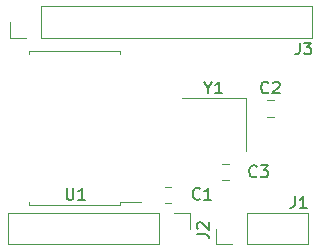
<source format=gbr>
G04 #@! TF.GenerationSoftware,KiCad,Pcbnew,5.1.2-f72e74a~84~ubuntu18.04.1*
G04 #@! TF.CreationDate,2019-06-19T19:18:17+07:00*
G04 #@! TF.ProjectId,serial_matrix_keyboard_shild,73657269-616c-45f6-9d61-747269785f6b,rev?*
G04 #@! TF.SameCoordinates,Original*
G04 #@! TF.FileFunction,Legend,Top*
G04 #@! TF.FilePolarity,Positive*
%FSLAX46Y46*%
G04 Gerber Fmt 4.6, Leading zero omitted, Abs format (unit mm)*
G04 Created by KiCad (PCBNEW 5.1.2-f72e74a~84~ubuntu18.04.1) date 2019-06-19 19:18:17*
%MOMM*%
%LPD*%
G04 APERTURE LIST*
%ADD10C,0.120000*%
%ADD11C,0.150000*%
%ADD12C,0.020000*%
%ADD13C,0.702000*%
%ADD14C,1.252000*%
%ADD15R,1.802000X1.802000*%
%ADD16O,1.802000X1.802000*%
%ADD17R,2.202000X1.902000*%
G04 APERTURE END LIST*
D10*
X203400000Y-89490000D02*
X199540000Y-89490000D01*
X199540000Y-89490000D02*
X199540000Y-89725000D01*
X203400000Y-89490000D02*
X207260000Y-89490000D01*
X207260000Y-89490000D02*
X207260000Y-89725000D01*
X203400000Y-102510000D02*
X199540000Y-102510000D01*
X199540000Y-102510000D02*
X199540000Y-102275000D01*
X203400000Y-102510000D02*
X207260000Y-102510000D01*
X207260000Y-102510000D02*
X207260000Y-102275000D01*
X207260000Y-102275000D02*
X209075000Y-102275000D01*
X211088748Y-102360000D02*
X211611252Y-102360000D01*
X211088748Y-100940000D02*
X211611252Y-100940000D01*
X219738748Y-93590000D02*
X220261252Y-93590000D01*
X219738748Y-95010000D02*
X220261252Y-95010000D01*
X215938748Y-100410000D02*
X216461252Y-100410000D01*
X215938748Y-98990000D02*
X216461252Y-98990000D01*
X223170000Y-105830000D02*
X223170000Y-103170000D01*
X218030000Y-105830000D02*
X223170000Y-105830000D01*
X218030000Y-103170000D02*
X223170000Y-103170000D01*
X218030000Y-105830000D02*
X218030000Y-103170000D01*
X216760000Y-105830000D02*
X215430000Y-105830000D01*
X215430000Y-105830000D02*
X215430000Y-104500000D01*
X197810000Y-103170000D02*
X197810000Y-105830000D01*
X210570000Y-103170000D02*
X197810000Y-103170000D01*
X210570000Y-105830000D02*
X197810000Y-105830000D01*
X210570000Y-103170000D02*
X210570000Y-105830000D01*
X211840000Y-103170000D02*
X213170000Y-103170000D01*
X213170000Y-103170000D02*
X213170000Y-104500000D01*
X223490000Y-88330000D02*
X223490000Y-85670000D01*
X200570000Y-88330000D02*
X223490000Y-88330000D01*
X200570000Y-85670000D02*
X223490000Y-85670000D01*
X200570000Y-88330000D02*
X200570000Y-85670000D01*
X199300000Y-88330000D02*
X197970000Y-88330000D01*
X197970000Y-88330000D02*
X197970000Y-87000000D01*
X217900000Y-97950000D02*
X217900000Y-93450000D01*
X217900000Y-93450000D02*
X212500000Y-93450000D01*
D11*
X202738095Y-101052380D02*
X202738095Y-101861904D01*
X202785714Y-101957142D01*
X202833333Y-102004761D01*
X202928571Y-102052380D01*
X203119047Y-102052380D01*
X203214285Y-102004761D01*
X203261904Y-101957142D01*
X203309523Y-101861904D01*
X203309523Y-101052380D01*
X204309523Y-102052380D02*
X203738095Y-102052380D01*
X204023809Y-102052380D02*
X204023809Y-101052380D01*
X203928571Y-101195238D01*
X203833333Y-101290476D01*
X203738095Y-101338095D01*
X214033333Y-101957142D02*
X213985714Y-102004761D01*
X213842857Y-102052380D01*
X213747619Y-102052380D01*
X213604761Y-102004761D01*
X213509523Y-101909523D01*
X213461904Y-101814285D01*
X213414285Y-101623809D01*
X213414285Y-101480952D01*
X213461904Y-101290476D01*
X213509523Y-101195238D01*
X213604761Y-101100000D01*
X213747619Y-101052380D01*
X213842857Y-101052380D01*
X213985714Y-101100000D01*
X214033333Y-101147619D01*
X214985714Y-102052380D02*
X214414285Y-102052380D01*
X214700000Y-102052380D02*
X214700000Y-101052380D01*
X214604761Y-101195238D01*
X214509523Y-101290476D01*
X214414285Y-101338095D01*
X219833333Y-92957142D02*
X219785714Y-93004761D01*
X219642857Y-93052380D01*
X219547619Y-93052380D01*
X219404761Y-93004761D01*
X219309523Y-92909523D01*
X219261904Y-92814285D01*
X219214285Y-92623809D01*
X219214285Y-92480952D01*
X219261904Y-92290476D01*
X219309523Y-92195238D01*
X219404761Y-92100000D01*
X219547619Y-92052380D01*
X219642857Y-92052380D01*
X219785714Y-92100000D01*
X219833333Y-92147619D01*
X220214285Y-92147619D02*
X220261904Y-92100000D01*
X220357142Y-92052380D01*
X220595238Y-92052380D01*
X220690476Y-92100000D01*
X220738095Y-92147619D01*
X220785714Y-92242857D01*
X220785714Y-92338095D01*
X220738095Y-92480952D01*
X220166666Y-93052380D01*
X220785714Y-93052380D01*
X218833333Y-100057142D02*
X218785714Y-100104761D01*
X218642857Y-100152380D01*
X218547619Y-100152380D01*
X218404761Y-100104761D01*
X218309523Y-100009523D01*
X218261904Y-99914285D01*
X218214285Y-99723809D01*
X218214285Y-99580952D01*
X218261904Y-99390476D01*
X218309523Y-99295238D01*
X218404761Y-99200000D01*
X218547619Y-99152380D01*
X218642857Y-99152380D01*
X218785714Y-99200000D01*
X218833333Y-99247619D01*
X219166666Y-99152380D02*
X219785714Y-99152380D01*
X219452380Y-99533333D01*
X219595238Y-99533333D01*
X219690476Y-99580952D01*
X219738095Y-99628571D01*
X219785714Y-99723809D01*
X219785714Y-99961904D01*
X219738095Y-100057142D01*
X219690476Y-100104761D01*
X219595238Y-100152380D01*
X219309523Y-100152380D01*
X219214285Y-100104761D01*
X219166666Y-100057142D01*
X222066666Y-101752380D02*
X222066666Y-102466666D01*
X222019047Y-102609523D01*
X221923809Y-102704761D01*
X221780952Y-102752380D01*
X221685714Y-102752380D01*
X223066666Y-102752380D02*
X222495238Y-102752380D01*
X222780952Y-102752380D02*
X222780952Y-101752380D01*
X222685714Y-101895238D01*
X222590476Y-101990476D01*
X222495238Y-102038095D01*
X213777380Y-104958333D02*
X214491666Y-104958333D01*
X214634523Y-105005952D01*
X214729761Y-105101190D01*
X214777380Y-105244047D01*
X214777380Y-105339285D01*
X213872619Y-104529761D02*
X213825000Y-104482142D01*
X213777380Y-104386904D01*
X213777380Y-104148809D01*
X213825000Y-104053571D01*
X213872619Y-104005952D01*
X213967857Y-103958333D01*
X214063095Y-103958333D01*
X214205952Y-104005952D01*
X214777380Y-104577380D01*
X214777380Y-103958333D01*
X222466666Y-88752380D02*
X222466666Y-89466666D01*
X222419047Y-89609523D01*
X222323809Y-89704761D01*
X222180952Y-89752380D01*
X222085714Y-89752380D01*
X222847619Y-88752380D02*
X223466666Y-88752380D01*
X223133333Y-89133333D01*
X223276190Y-89133333D01*
X223371428Y-89180952D01*
X223419047Y-89228571D01*
X223466666Y-89323809D01*
X223466666Y-89561904D01*
X223419047Y-89657142D01*
X223371428Y-89704761D01*
X223276190Y-89752380D01*
X222990476Y-89752380D01*
X222895238Y-89704761D01*
X222847619Y-89657142D01*
X214723809Y-92576190D02*
X214723809Y-93052380D01*
X214390476Y-92052380D02*
X214723809Y-92576190D01*
X215057142Y-92052380D01*
X215914285Y-93052380D02*
X215342857Y-93052380D01*
X215628571Y-93052380D02*
X215628571Y-92052380D01*
X215533333Y-92195238D01*
X215438095Y-92290476D01*
X215342857Y-92338095D01*
%LPC*%
D12*
G36*
X208967702Y-101364845D02*
G01*
X208984738Y-101367372D01*
X209001445Y-101371557D01*
X209017661Y-101377359D01*
X209033230Y-101384723D01*
X209048003Y-101393577D01*
X209061836Y-101403837D01*
X209074597Y-101415403D01*
X209086163Y-101428164D01*
X209096423Y-101441997D01*
X209105277Y-101456770D01*
X209112641Y-101472339D01*
X209118443Y-101488555D01*
X209122628Y-101505262D01*
X209125155Y-101522298D01*
X209126000Y-101539500D01*
X209126000Y-101890500D01*
X209125155Y-101907702D01*
X209122628Y-101924738D01*
X209118443Y-101941445D01*
X209112641Y-101957661D01*
X209105277Y-101973230D01*
X209096423Y-101988003D01*
X209086163Y-102001836D01*
X209074597Y-102014597D01*
X209061836Y-102026163D01*
X209048003Y-102036423D01*
X209033230Y-102045277D01*
X209017661Y-102052641D01*
X209001445Y-102058443D01*
X208984738Y-102062628D01*
X208967702Y-102065155D01*
X208950500Y-102066000D01*
X207149500Y-102066000D01*
X207132298Y-102065155D01*
X207115262Y-102062628D01*
X207098555Y-102058443D01*
X207082339Y-102052641D01*
X207066770Y-102045277D01*
X207051997Y-102036423D01*
X207038164Y-102026163D01*
X207025403Y-102014597D01*
X207013837Y-102001836D01*
X207003577Y-101988003D01*
X206994723Y-101973230D01*
X206987359Y-101957661D01*
X206981557Y-101941445D01*
X206977372Y-101924738D01*
X206974845Y-101907702D01*
X206974000Y-101890500D01*
X206974000Y-101539500D01*
X206974845Y-101522298D01*
X206977372Y-101505262D01*
X206981557Y-101488555D01*
X206987359Y-101472339D01*
X206994723Y-101456770D01*
X207003577Y-101441997D01*
X207013837Y-101428164D01*
X207025403Y-101415403D01*
X207038164Y-101403837D01*
X207051997Y-101393577D01*
X207066770Y-101384723D01*
X207082339Y-101377359D01*
X207098555Y-101371557D01*
X207115262Y-101367372D01*
X207132298Y-101364845D01*
X207149500Y-101364000D01*
X208950500Y-101364000D01*
X208967702Y-101364845D01*
X208967702Y-101364845D01*
G37*
D13*
X208050000Y-101715000D03*
D12*
G36*
X208967702Y-100094845D02*
G01*
X208984738Y-100097372D01*
X209001445Y-100101557D01*
X209017661Y-100107359D01*
X209033230Y-100114723D01*
X209048003Y-100123577D01*
X209061836Y-100133837D01*
X209074597Y-100145403D01*
X209086163Y-100158164D01*
X209096423Y-100171997D01*
X209105277Y-100186770D01*
X209112641Y-100202339D01*
X209118443Y-100218555D01*
X209122628Y-100235262D01*
X209125155Y-100252298D01*
X209126000Y-100269500D01*
X209126000Y-100620500D01*
X209125155Y-100637702D01*
X209122628Y-100654738D01*
X209118443Y-100671445D01*
X209112641Y-100687661D01*
X209105277Y-100703230D01*
X209096423Y-100718003D01*
X209086163Y-100731836D01*
X209074597Y-100744597D01*
X209061836Y-100756163D01*
X209048003Y-100766423D01*
X209033230Y-100775277D01*
X209017661Y-100782641D01*
X209001445Y-100788443D01*
X208984738Y-100792628D01*
X208967702Y-100795155D01*
X208950500Y-100796000D01*
X207149500Y-100796000D01*
X207132298Y-100795155D01*
X207115262Y-100792628D01*
X207098555Y-100788443D01*
X207082339Y-100782641D01*
X207066770Y-100775277D01*
X207051997Y-100766423D01*
X207038164Y-100756163D01*
X207025403Y-100744597D01*
X207013837Y-100731836D01*
X207003577Y-100718003D01*
X206994723Y-100703230D01*
X206987359Y-100687661D01*
X206981557Y-100671445D01*
X206977372Y-100654738D01*
X206974845Y-100637702D01*
X206974000Y-100620500D01*
X206974000Y-100269500D01*
X206974845Y-100252298D01*
X206977372Y-100235262D01*
X206981557Y-100218555D01*
X206987359Y-100202339D01*
X206994723Y-100186770D01*
X207003577Y-100171997D01*
X207013837Y-100158164D01*
X207025403Y-100145403D01*
X207038164Y-100133837D01*
X207051997Y-100123577D01*
X207066770Y-100114723D01*
X207082339Y-100107359D01*
X207098555Y-100101557D01*
X207115262Y-100097372D01*
X207132298Y-100094845D01*
X207149500Y-100094000D01*
X208950500Y-100094000D01*
X208967702Y-100094845D01*
X208967702Y-100094845D01*
G37*
D13*
X208050000Y-100445000D03*
D12*
G36*
X208967702Y-98824845D02*
G01*
X208984738Y-98827372D01*
X209001445Y-98831557D01*
X209017661Y-98837359D01*
X209033230Y-98844723D01*
X209048003Y-98853577D01*
X209061836Y-98863837D01*
X209074597Y-98875403D01*
X209086163Y-98888164D01*
X209096423Y-98901997D01*
X209105277Y-98916770D01*
X209112641Y-98932339D01*
X209118443Y-98948555D01*
X209122628Y-98965262D01*
X209125155Y-98982298D01*
X209126000Y-98999500D01*
X209126000Y-99350500D01*
X209125155Y-99367702D01*
X209122628Y-99384738D01*
X209118443Y-99401445D01*
X209112641Y-99417661D01*
X209105277Y-99433230D01*
X209096423Y-99448003D01*
X209086163Y-99461836D01*
X209074597Y-99474597D01*
X209061836Y-99486163D01*
X209048003Y-99496423D01*
X209033230Y-99505277D01*
X209017661Y-99512641D01*
X209001445Y-99518443D01*
X208984738Y-99522628D01*
X208967702Y-99525155D01*
X208950500Y-99526000D01*
X207149500Y-99526000D01*
X207132298Y-99525155D01*
X207115262Y-99522628D01*
X207098555Y-99518443D01*
X207082339Y-99512641D01*
X207066770Y-99505277D01*
X207051997Y-99496423D01*
X207038164Y-99486163D01*
X207025403Y-99474597D01*
X207013837Y-99461836D01*
X207003577Y-99448003D01*
X206994723Y-99433230D01*
X206987359Y-99417661D01*
X206981557Y-99401445D01*
X206977372Y-99384738D01*
X206974845Y-99367702D01*
X206974000Y-99350500D01*
X206974000Y-98999500D01*
X206974845Y-98982298D01*
X206977372Y-98965262D01*
X206981557Y-98948555D01*
X206987359Y-98932339D01*
X206994723Y-98916770D01*
X207003577Y-98901997D01*
X207013837Y-98888164D01*
X207025403Y-98875403D01*
X207038164Y-98863837D01*
X207051997Y-98853577D01*
X207066770Y-98844723D01*
X207082339Y-98837359D01*
X207098555Y-98831557D01*
X207115262Y-98827372D01*
X207132298Y-98824845D01*
X207149500Y-98824000D01*
X208950500Y-98824000D01*
X208967702Y-98824845D01*
X208967702Y-98824845D01*
G37*
D13*
X208050000Y-99175000D03*
D12*
G36*
X208967702Y-97554845D02*
G01*
X208984738Y-97557372D01*
X209001445Y-97561557D01*
X209017661Y-97567359D01*
X209033230Y-97574723D01*
X209048003Y-97583577D01*
X209061836Y-97593837D01*
X209074597Y-97605403D01*
X209086163Y-97618164D01*
X209096423Y-97631997D01*
X209105277Y-97646770D01*
X209112641Y-97662339D01*
X209118443Y-97678555D01*
X209122628Y-97695262D01*
X209125155Y-97712298D01*
X209126000Y-97729500D01*
X209126000Y-98080500D01*
X209125155Y-98097702D01*
X209122628Y-98114738D01*
X209118443Y-98131445D01*
X209112641Y-98147661D01*
X209105277Y-98163230D01*
X209096423Y-98178003D01*
X209086163Y-98191836D01*
X209074597Y-98204597D01*
X209061836Y-98216163D01*
X209048003Y-98226423D01*
X209033230Y-98235277D01*
X209017661Y-98242641D01*
X209001445Y-98248443D01*
X208984738Y-98252628D01*
X208967702Y-98255155D01*
X208950500Y-98256000D01*
X207149500Y-98256000D01*
X207132298Y-98255155D01*
X207115262Y-98252628D01*
X207098555Y-98248443D01*
X207082339Y-98242641D01*
X207066770Y-98235277D01*
X207051997Y-98226423D01*
X207038164Y-98216163D01*
X207025403Y-98204597D01*
X207013837Y-98191836D01*
X207003577Y-98178003D01*
X206994723Y-98163230D01*
X206987359Y-98147661D01*
X206981557Y-98131445D01*
X206977372Y-98114738D01*
X206974845Y-98097702D01*
X206974000Y-98080500D01*
X206974000Y-97729500D01*
X206974845Y-97712298D01*
X206977372Y-97695262D01*
X206981557Y-97678555D01*
X206987359Y-97662339D01*
X206994723Y-97646770D01*
X207003577Y-97631997D01*
X207013837Y-97618164D01*
X207025403Y-97605403D01*
X207038164Y-97593837D01*
X207051997Y-97583577D01*
X207066770Y-97574723D01*
X207082339Y-97567359D01*
X207098555Y-97561557D01*
X207115262Y-97557372D01*
X207132298Y-97554845D01*
X207149500Y-97554000D01*
X208950500Y-97554000D01*
X208967702Y-97554845D01*
X208967702Y-97554845D01*
G37*
D13*
X208050000Y-97905000D03*
D12*
G36*
X208967702Y-96284845D02*
G01*
X208984738Y-96287372D01*
X209001445Y-96291557D01*
X209017661Y-96297359D01*
X209033230Y-96304723D01*
X209048003Y-96313577D01*
X209061836Y-96323837D01*
X209074597Y-96335403D01*
X209086163Y-96348164D01*
X209096423Y-96361997D01*
X209105277Y-96376770D01*
X209112641Y-96392339D01*
X209118443Y-96408555D01*
X209122628Y-96425262D01*
X209125155Y-96442298D01*
X209126000Y-96459500D01*
X209126000Y-96810500D01*
X209125155Y-96827702D01*
X209122628Y-96844738D01*
X209118443Y-96861445D01*
X209112641Y-96877661D01*
X209105277Y-96893230D01*
X209096423Y-96908003D01*
X209086163Y-96921836D01*
X209074597Y-96934597D01*
X209061836Y-96946163D01*
X209048003Y-96956423D01*
X209033230Y-96965277D01*
X209017661Y-96972641D01*
X209001445Y-96978443D01*
X208984738Y-96982628D01*
X208967702Y-96985155D01*
X208950500Y-96986000D01*
X207149500Y-96986000D01*
X207132298Y-96985155D01*
X207115262Y-96982628D01*
X207098555Y-96978443D01*
X207082339Y-96972641D01*
X207066770Y-96965277D01*
X207051997Y-96956423D01*
X207038164Y-96946163D01*
X207025403Y-96934597D01*
X207013837Y-96921836D01*
X207003577Y-96908003D01*
X206994723Y-96893230D01*
X206987359Y-96877661D01*
X206981557Y-96861445D01*
X206977372Y-96844738D01*
X206974845Y-96827702D01*
X206974000Y-96810500D01*
X206974000Y-96459500D01*
X206974845Y-96442298D01*
X206977372Y-96425262D01*
X206981557Y-96408555D01*
X206987359Y-96392339D01*
X206994723Y-96376770D01*
X207003577Y-96361997D01*
X207013837Y-96348164D01*
X207025403Y-96335403D01*
X207038164Y-96323837D01*
X207051997Y-96313577D01*
X207066770Y-96304723D01*
X207082339Y-96297359D01*
X207098555Y-96291557D01*
X207115262Y-96287372D01*
X207132298Y-96284845D01*
X207149500Y-96284000D01*
X208950500Y-96284000D01*
X208967702Y-96284845D01*
X208967702Y-96284845D01*
G37*
D13*
X208050000Y-96635000D03*
D12*
G36*
X208967702Y-95014845D02*
G01*
X208984738Y-95017372D01*
X209001445Y-95021557D01*
X209017661Y-95027359D01*
X209033230Y-95034723D01*
X209048003Y-95043577D01*
X209061836Y-95053837D01*
X209074597Y-95065403D01*
X209086163Y-95078164D01*
X209096423Y-95091997D01*
X209105277Y-95106770D01*
X209112641Y-95122339D01*
X209118443Y-95138555D01*
X209122628Y-95155262D01*
X209125155Y-95172298D01*
X209126000Y-95189500D01*
X209126000Y-95540500D01*
X209125155Y-95557702D01*
X209122628Y-95574738D01*
X209118443Y-95591445D01*
X209112641Y-95607661D01*
X209105277Y-95623230D01*
X209096423Y-95638003D01*
X209086163Y-95651836D01*
X209074597Y-95664597D01*
X209061836Y-95676163D01*
X209048003Y-95686423D01*
X209033230Y-95695277D01*
X209017661Y-95702641D01*
X209001445Y-95708443D01*
X208984738Y-95712628D01*
X208967702Y-95715155D01*
X208950500Y-95716000D01*
X207149500Y-95716000D01*
X207132298Y-95715155D01*
X207115262Y-95712628D01*
X207098555Y-95708443D01*
X207082339Y-95702641D01*
X207066770Y-95695277D01*
X207051997Y-95686423D01*
X207038164Y-95676163D01*
X207025403Y-95664597D01*
X207013837Y-95651836D01*
X207003577Y-95638003D01*
X206994723Y-95623230D01*
X206987359Y-95607661D01*
X206981557Y-95591445D01*
X206977372Y-95574738D01*
X206974845Y-95557702D01*
X206974000Y-95540500D01*
X206974000Y-95189500D01*
X206974845Y-95172298D01*
X206977372Y-95155262D01*
X206981557Y-95138555D01*
X206987359Y-95122339D01*
X206994723Y-95106770D01*
X207003577Y-95091997D01*
X207013837Y-95078164D01*
X207025403Y-95065403D01*
X207038164Y-95053837D01*
X207051997Y-95043577D01*
X207066770Y-95034723D01*
X207082339Y-95027359D01*
X207098555Y-95021557D01*
X207115262Y-95017372D01*
X207132298Y-95014845D01*
X207149500Y-95014000D01*
X208950500Y-95014000D01*
X208967702Y-95014845D01*
X208967702Y-95014845D01*
G37*
D13*
X208050000Y-95365000D03*
D12*
G36*
X208967702Y-93744845D02*
G01*
X208984738Y-93747372D01*
X209001445Y-93751557D01*
X209017661Y-93757359D01*
X209033230Y-93764723D01*
X209048003Y-93773577D01*
X209061836Y-93783837D01*
X209074597Y-93795403D01*
X209086163Y-93808164D01*
X209096423Y-93821997D01*
X209105277Y-93836770D01*
X209112641Y-93852339D01*
X209118443Y-93868555D01*
X209122628Y-93885262D01*
X209125155Y-93902298D01*
X209126000Y-93919500D01*
X209126000Y-94270500D01*
X209125155Y-94287702D01*
X209122628Y-94304738D01*
X209118443Y-94321445D01*
X209112641Y-94337661D01*
X209105277Y-94353230D01*
X209096423Y-94368003D01*
X209086163Y-94381836D01*
X209074597Y-94394597D01*
X209061836Y-94406163D01*
X209048003Y-94416423D01*
X209033230Y-94425277D01*
X209017661Y-94432641D01*
X209001445Y-94438443D01*
X208984738Y-94442628D01*
X208967702Y-94445155D01*
X208950500Y-94446000D01*
X207149500Y-94446000D01*
X207132298Y-94445155D01*
X207115262Y-94442628D01*
X207098555Y-94438443D01*
X207082339Y-94432641D01*
X207066770Y-94425277D01*
X207051997Y-94416423D01*
X207038164Y-94406163D01*
X207025403Y-94394597D01*
X207013837Y-94381836D01*
X207003577Y-94368003D01*
X206994723Y-94353230D01*
X206987359Y-94337661D01*
X206981557Y-94321445D01*
X206977372Y-94304738D01*
X206974845Y-94287702D01*
X206974000Y-94270500D01*
X206974000Y-93919500D01*
X206974845Y-93902298D01*
X206977372Y-93885262D01*
X206981557Y-93868555D01*
X206987359Y-93852339D01*
X206994723Y-93836770D01*
X207003577Y-93821997D01*
X207013837Y-93808164D01*
X207025403Y-93795403D01*
X207038164Y-93783837D01*
X207051997Y-93773577D01*
X207066770Y-93764723D01*
X207082339Y-93757359D01*
X207098555Y-93751557D01*
X207115262Y-93747372D01*
X207132298Y-93744845D01*
X207149500Y-93744000D01*
X208950500Y-93744000D01*
X208967702Y-93744845D01*
X208967702Y-93744845D01*
G37*
D13*
X208050000Y-94095000D03*
D12*
G36*
X208967702Y-92474845D02*
G01*
X208984738Y-92477372D01*
X209001445Y-92481557D01*
X209017661Y-92487359D01*
X209033230Y-92494723D01*
X209048003Y-92503577D01*
X209061836Y-92513837D01*
X209074597Y-92525403D01*
X209086163Y-92538164D01*
X209096423Y-92551997D01*
X209105277Y-92566770D01*
X209112641Y-92582339D01*
X209118443Y-92598555D01*
X209122628Y-92615262D01*
X209125155Y-92632298D01*
X209126000Y-92649500D01*
X209126000Y-93000500D01*
X209125155Y-93017702D01*
X209122628Y-93034738D01*
X209118443Y-93051445D01*
X209112641Y-93067661D01*
X209105277Y-93083230D01*
X209096423Y-93098003D01*
X209086163Y-93111836D01*
X209074597Y-93124597D01*
X209061836Y-93136163D01*
X209048003Y-93146423D01*
X209033230Y-93155277D01*
X209017661Y-93162641D01*
X209001445Y-93168443D01*
X208984738Y-93172628D01*
X208967702Y-93175155D01*
X208950500Y-93176000D01*
X207149500Y-93176000D01*
X207132298Y-93175155D01*
X207115262Y-93172628D01*
X207098555Y-93168443D01*
X207082339Y-93162641D01*
X207066770Y-93155277D01*
X207051997Y-93146423D01*
X207038164Y-93136163D01*
X207025403Y-93124597D01*
X207013837Y-93111836D01*
X207003577Y-93098003D01*
X206994723Y-93083230D01*
X206987359Y-93067661D01*
X206981557Y-93051445D01*
X206977372Y-93034738D01*
X206974845Y-93017702D01*
X206974000Y-93000500D01*
X206974000Y-92649500D01*
X206974845Y-92632298D01*
X206977372Y-92615262D01*
X206981557Y-92598555D01*
X206987359Y-92582339D01*
X206994723Y-92566770D01*
X207003577Y-92551997D01*
X207013837Y-92538164D01*
X207025403Y-92525403D01*
X207038164Y-92513837D01*
X207051997Y-92503577D01*
X207066770Y-92494723D01*
X207082339Y-92487359D01*
X207098555Y-92481557D01*
X207115262Y-92477372D01*
X207132298Y-92474845D01*
X207149500Y-92474000D01*
X208950500Y-92474000D01*
X208967702Y-92474845D01*
X208967702Y-92474845D01*
G37*
D13*
X208050000Y-92825000D03*
D12*
G36*
X208967702Y-91204845D02*
G01*
X208984738Y-91207372D01*
X209001445Y-91211557D01*
X209017661Y-91217359D01*
X209033230Y-91224723D01*
X209048003Y-91233577D01*
X209061836Y-91243837D01*
X209074597Y-91255403D01*
X209086163Y-91268164D01*
X209096423Y-91281997D01*
X209105277Y-91296770D01*
X209112641Y-91312339D01*
X209118443Y-91328555D01*
X209122628Y-91345262D01*
X209125155Y-91362298D01*
X209126000Y-91379500D01*
X209126000Y-91730500D01*
X209125155Y-91747702D01*
X209122628Y-91764738D01*
X209118443Y-91781445D01*
X209112641Y-91797661D01*
X209105277Y-91813230D01*
X209096423Y-91828003D01*
X209086163Y-91841836D01*
X209074597Y-91854597D01*
X209061836Y-91866163D01*
X209048003Y-91876423D01*
X209033230Y-91885277D01*
X209017661Y-91892641D01*
X209001445Y-91898443D01*
X208984738Y-91902628D01*
X208967702Y-91905155D01*
X208950500Y-91906000D01*
X207149500Y-91906000D01*
X207132298Y-91905155D01*
X207115262Y-91902628D01*
X207098555Y-91898443D01*
X207082339Y-91892641D01*
X207066770Y-91885277D01*
X207051997Y-91876423D01*
X207038164Y-91866163D01*
X207025403Y-91854597D01*
X207013837Y-91841836D01*
X207003577Y-91828003D01*
X206994723Y-91813230D01*
X206987359Y-91797661D01*
X206981557Y-91781445D01*
X206977372Y-91764738D01*
X206974845Y-91747702D01*
X206974000Y-91730500D01*
X206974000Y-91379500D01*
X206974845Y-91362298D01*
X206977372Y-91345262D01*
X206981557Y-91328555D01*
X206987359Y-91312339D01*
X206994723Y-91296770D01*
X207003577Y-91281997D01*
X207013837Y-91268164D01*
X207025403Y-91255403D01*
X207038164Y-91243837D01*
X207051997Y-91233577D01*
X207066770Y-91224723D01*
X207082339Y-91217359D01*
X207098555Y-91211557D01*
X207115262Y-91207372D01*
X207132298Y-91204845D01*
X207149500Y-91204000D01*
X208950500Y-91204000D01*
X208967702Y-91204845D01*
X208967702Y-91204845D01*
G37*
D13*
X208050000Y-91555000D03*
D12*
G36*
X208967702Y-89934845D02*
G01*
X208984738Y-89937372D01*
X209001445Y-89941557D01*
X209017661Y-89947359D01*
X209033230Y-89954723D01*
X209048003Y-89963577D01*
X209061836Y-89973837D01*
X209074597Y-89985403D01*
X209086163Y-89998164D01*
X209096423Y-90011997D01*
X209105277Y-90026770D01*
X209112641Y-90042339D01*
X209118443Y-90058555D01*
X209122628Y-90075262D01*
X209125155Y-90092298D01*
X209126000Y-90109500D01*
X209126000Y-90460500D01*
X209125155Y-90477702D01*
X209122628Y-90494738D01*
X209118443Y-90511445D01*
X209112641Y-90527661D01*
X209105277Y-90543230D01*
X209096423Y-90558003D01*
X209086163Y-90571836D01*
X209074597Y-90584597D01*
X209061836Y-90596163D01*
X209048003Y-90606423D01*
X209033230Y-90615277D01*
X209017661Y-90622641D01*
X209001445Y-90628443D01*
X208984738Y-90632628D01*
X208967702Y-90635155D01*
X208950500Y-90636000D01*
X207149500Y-90636000D01*
X207132298Y-90635155D01*
X207115262Y-90632628D01*
X207098555Y-90628443D01*
X207082339Y-90622641D01*
X207066770Y-90615277D01*
X207051997Y-90606423D01*
X207038164Y-90596163D01*
X207025403Y-90584597D01*
X207013837Y-90571836D01*
X207003577Y-90558003D01*
X206994723Y-90543230D01*
X206987359Y-90527661D01*
X206981557Y-90511445D01*
X206977372Y-90494738D01*
X206974845Y-90477702D01*
X206974000Y-90460500D01*
X206974000Y-90109500D01*
X206974845Y-90092298D01*
X206977372Y-90075262D01*
X206981557Y-90058555D01*
X206987359Y-90042339D01*
X206994723Y-90026770D01*
X207003577Y-90011997D01*
X207013837Y-89998164D01*
X207025403Y-89985403D01*
X207038164Y-89973837D01*
X207051997Y-89963577D01*
X207066770Y-89954723D01*
X207082339Y-89947359D01*
X207098555Y-89941557D01*
X207115262Y-89937372D01*
X207132298Y-89934845D01*
X207149500Y-89934000D01*
X208950500Y-89934000D01*
X208967702Y-89934845D01*
X208967702Y-89934845D01*
G37*
D13*
X208050000Y-90285000D03*
D12*
G36*
X199667702Y-89934845D02*
G01*
X199684738Y-89937372D01*
X199701445Y-89941557D01*
X199717661Y-89947359D01*
X199733230Y-89954723D01*
X199748003Y-89963577D01*
X199761836Y-89973837D01*
X199774597Y-89985403D01*
X199786163Y-89998164D01*
X199796423Y-90011997D01*
X199805277Y-90026770D01*
X199812641Y-90042339D01*
X199818443Y-90058555D01*
X199822628Y-90075262D01*
X199825155Y-90092298D01*
X199826000Y-90109500D01*
X199826000Y-90460500D01*
X199825155Y-90477702D01*
X199822628Y-90494738D01*
X199818443Y-90511445D01*
X199812641Y-90527661D01*
X199805277Y-90543230D01*
X199796423Y-90558003D01*
X199786163Y-90571836D01*
X199774597Y-90584597D01*
X199761836Y-90596163D01*
X199748003Y-90606423D01*
X199733230Y-90615277D01*
X199717661Y-90622641D01*
X199701445Y-90628443D01*
X199684738Y-90632628D01*
X199667702Y-90635155D01*
X199650500Y-90636000D01*
X197849500Y-90636000D01*
X197832298Y-90635155D01*
X197815262Y-90632628D01*
X197798555Y-90628443D01*
X197782339Y-90622641D01*
X197766770Y-90615277D01*
X197751997Y-90606423D01*
X197738164Y-90596163D01*
X197725403Y-90584597D01*
X197713837Y-90571836D01*
X197703577Y-90558003D01*
X197694723Y-90543230D01*
X197687359Y-90527661D01*
X197681557Y-90511445D01*
X197677372Y-90494738D01*
X197674845Y-90477702D01*
X197674000Y-90460500D01*
X197674000Y-90109500D01*
X197674845Y-90092298D01*
X197677372Y-90075262D01*
X197681557Y-90058555D01*
X197687359Y-90042339D01*
X197694723Y-90026770D01*
X197703577Y-90011997D01*
X197713837Y-89998164D01*
X197725403Y-89985403D01*
X197738164Y-89973837D01*
X197751997Y-89963577D01*
X197766770Y-89954723D01*
X197782339Y-89947359D01*
X197798555Y-89941557D01*
X197815262Y-89937372D01*
X197832298Y-89934845D01*
X197849500Y-89934000D01*
X199650500Y-89934000D01*
X199667702Y-89934845D01*
X199667702Y-89934845D01*
G37*
D13*
X198750000Y-90285000D03*
D12*
G36*
X199667702Y-91204845D02*
G01*
X199684738Y-91207372D01*
X199701445Y-91211557D01*
X199717661Y-91217359D01*
X199733230Y-91224723D01*
X199748003Y-91233577D01*
X199761836Y-91243837D01*
X199774597Y-91255403D01*
X199786163Y-91268164D01*
X199796423Y-91281997D01*
X199805277Y-91296770D01*
X199812641Y-91312339D01*
X199818443Y-91328555D01*
X199822628Y-91345262D01*
X199825155Y-91362298D01*
X199826000Y-91379500D01*
X199826000Y-91730500D01*
X199825155Y-91747702D01*
X199822628Y-91764738D01*
X199818443Y-91781445D01*
X199812641Y-91797661D01*
X199805277Y-91813230D01*
X199796423Y-91828003D01*
X199786163Y-91841836D01*
X199774597Y-91854597D01*
X199761836Y-91866163D01*
X199748003Y-91876423D01*
X199733230Y-91885277D01*
X199717661Y-91892641D01*
X199701445Y-91898443D01*
X199684738Y-91902628D01*
X199667702Y-91905155D01*
X199650500Y-91906000D01*
X197849500Y-91906000D01*
X197832298Y-91905155D01*
X197815262Y-91902628D01*
X197798555Y-91898443D01*
X197782339Y-91892641D01*
X197766770Y-91885277D01*
X197751997Y-91876423D01*
X197738164Y-91866163D01*
X197725403Y-91854597D01*
X197713837Y-91841836D01*
X197703577Y-91828003D01*
X197694723Y-91813230D01*
X197687359Y-91797661D01*
X197681557Y-91781445D01*
X197677372Y-91764738D01*
X197674845Y-91747702D01*
X197674000Y-91730500D01*
X197674000Y-91379500D01*
X197674845Y-91362298D01*
X197677372Y-91345262D01*
X197681557Y-91328555D01*
X197687359Y-91312339D01*
X197694723Y-91296770D01*
X197703577Y-91281997D01*
X197713837Y-91268164D01*
X197725403Y-91255403D01*
X197738164Y-91243837D01*
X197751997Y-91233577D01*
X197766770Y-91224723D01*
X197782339Y-91217359D01*
X197798555Y-91211557D01*
X197815262Y-91207372D01*
X197832298Y-91204845D01*
X197849500Y-91204000D01*
X199650500Y-91204000D01*
X199667702Y-91204845D01*
X199667702Y-91204845D01*
G37*
D13*
X198750000Y-91555000D03*
D12*
G36*
X199667702Y-92474845D02*
G01*
X199684738Y-92477372D01*
X199701445Y-92481557D01*
X199717661Y-92487359D01*
X199733230Y-92494723D01*
X199748003Y-92503577D01*
X199761836Y-92513837D01*
X199774597Y-92525403D01*
X199786163Y-92538164D01*
X199796423Y-92551997D01*
X199805277Y-92566770D01*
X199812641Y-92582339D01*
X199818443Y-92598555D01*
X199822628Y-92615262D01*
X199825155Y-92632298D01*
X199826000Y-92649500D01*
X199826000Y-93000500D01*
X199825155Y-93017702D01*
X199822628Y-93034738D01*
X199818443Y-93051445D01*
X199812641Y-93067661D01*
X199805277Y-93083230D01*
X199796423Y-93098003D01*
X199786163Y-93111836D01*
X199774597Y-93124597D01*
X199761836Y-93136163D01*
X199748003Y-93146423D01*
X199733230Y-93155277D01*
X199717661Y-93162641D01*
X199701445Y-93168443D01*
X199684738Y-93172628D01*
X199667702Y-93175155D01*
X199650500Y-93176000D01*
X197849500Y-93176000D01*
X197832298Y-93175155D01*
X197815262Y-93172628D01*
X197798555Y-93168443D01*
X197782339Y-93162641D01*
X197766770Y-93155277D01*
X197751997Y-93146423D01*
X197738164Y-93136163D01*
X197725403Y-93124597D01*
X197713837Y-93111836D01*
X197703577Y-93098003D01*
X197694723Y-93083230D01*
X197687359Y-93067661D01*
X197681557Y-93051445D01*
X197677372Y-93034738D01*
X197674845Y-93017702D01*
X197674000Y-93000500D01*
X197674000Y-92649500D01*
X197674845Y-92632298D01*
X197677372Y-92615262D01*
X197681557Y-92598555D01*
X197687359Y-92582339D01*
X197694723Y-92566770D01*
X197703577Y-92551997D01*
X197713837Y-92538164D01*
X197725403Y-92525403D01*
X197738164Y-92513837D01*
X197751997Y-92503577D01*
X197766770Y-92494723D01*
X197782339Y-92487359D01*
X197798555Y-92481557D01*
X197815262Y-92477372D01*
X197832298Y-92474845D01*
X197849500Y-92474000D01*
X199650500Y-92474000D01*
X199667702Y-92474845D01*
X199667702Y-92474845D01*
G37*
D13*
X198750000Y-92825000D03*
D12*
G36*
X199667702Y-93744845D02*
G01*
X199684738Y-93747372D01*
X199701445Y-93751557D01*
X199717661Y-93757359D01*
X199733230Y-93764723D01*
X199748003Y-93773577D01*
X199761836Y-93783837D01*
X199774597Y-93795403D01*
X199786163Y-93808164D01*
X199796423Y-93821997D01*
X199805277Y-93836770D01*
X199812641Y-93852339D01*
X199818443Y-93868555D01*
X199822628Y-93885262D01*
X199825155Y-93902298D01*
X199826000Y-93919500D01*
X199826000Y-94270500D01*
X199825155Y-94287702D01*
X199822628Y-94304738D01*
X199818443Y-94321445D01*
X199812641Y-94337661D01*
X199805277Y-94353230D01*
X199796423Y-94368003D01*
X199786163Y-94381836D01*
X199774597Y-94394597D01*
X199761836Y-94406163D01*
X199748003Y-94416423D01*
X199733230Y-94425277D01*
X199717661Y-94432641D01*
X199701445Y-94438443D01*
X199684738Y-94442628D01*
X199667702Y-94445155D01*
X199650500Y-94446000D01*
X197849500Y-94446000D01*
X197832298Y-94445155D01*
X197815262Y-94442628D01*
X197798555Y-94438443D01*
X197782339Y-94432641D01*
X197766770Y-94425277D01*
X197751997Y-94416423D01*
X197738164Y-94406163D01*
X197725403Y-94394597D01*
X197713837Y-94381836D01*
X197703577Y-94368003D01*
X197694723Y-94353230D01*
X197687359Y-94337661D01*
X197681557Y-94321445D01*
X197677372Y-94304738D01*
X197674845Y-94287702D01*
X197674000Y-94270500D01*
X197674000Y-93919500D01*
X197674845Y-93902298D01*
X197677372Y-93885262D01*
X197681557Y-93868555D01*
X197687359Y-93852339D01*
X197694723Y-93836770D01*
X197703577Y-93821997D01*
X197713837Y-93808164D01*
X197725403Y-93795403D01*
X197738164Y-93783837D01*
X197751997Y-93773577D01*
X197766770Y-93764723D01*
X197782339Y-93757359D01*
X197798555Y-93751557D01*
X197815262Y-93747372D01*
X197832298Y-93744845D01*
X197849500Y-93744000D01*
X199650500Y-93744000D01*
X199667702Y-93744845D01*
X199667702Y-93744845D01*
G37*
D13*
X198750000Y-94095000D03*
D12*
G36*
X199667702Y-95014845D02*
G01*
X199684738Y-95017372D01*
X199701445Y-95021557D01*
X199717661Y-95027359D01*
X199733230Y-95034723D01*
X199748003Y-95043577D01*
X199761836Y-95053837D01*
X199774597Y-95065403D01*
X199786163Y-95078164D01*
X199796423Y-95091997D01*
X199805277Y-95106770D01*
X199812641Y-95122339D01*
X199818443Y-95138555D01*
X199822628Y-95155262D01*
X199825155Y-95172298D01*
X199826000Y-95189500D01*
X199826000Y-95540500D01*
X199825155Y-95557702D01*
X199822628Y-95574738D01*
X199818443Y-95591445D01*
X199812641Y-95607661D01*
X199805277Y-95623230D01*
X199796423Y-95638003D01*
X199786163Y-95651836D01*
X199774597Y-95664597D01*
X199761836Y-95676163D01*
X199748003Y-95686423D01*
X199733230Y-95695277D01*
X199717661Y-95702641D01*
X199701445Y-95708443D01*
X199684738Y-95712628D01*
X199667702Y-95715155D01*
X199650500Y-95716000D01*
X197849500Y-95716000D01*
X197832298Y-95715155D01*
X197815262Y-95712628D01*
X197798555Y-95708443D01*
X197782339Y-95702641D01*
X197766770Y-95695277D01*
X197751997Y-95686423D01*
X197738164Y-95676163D01*
X197725403Y-95664597D01*
X197713837Y-95651836D01*
X197703577Y-95638003D01*
X197694723Y-95623230D01*
X197687359Y-95607661D01*
X197681557Y-95591445D01*
X197677372Y-95574738D01*
X197674845Y-95557702D01*
X197674000Y-95540500D01*
X197674000Y-95189500D01*
X197674845Y-95172298D01*
X197677372Y-95155262D01*
X197681557Y-95138555D01*
X197687359Y-95122339D01*
X197694723Y-95106770D01*
X197703577Y-95091997D01*
X197713837Y-95078164D01*
X197725403Y-95065403D01*
X197738164Y-95053837D01*
X197751997Y-95043577D01*
X197766770Y-95034723D01*
X197782339Y-95027359D01*
X197798555Y-95021557D01*
X197815262Y-95017372D01*
X197832298Y-95014845D01*
X197849500Y-95014000D01*
X199650500Y-95014000D01*
X199667702Y-95014845D01*
X199667702Y-95014845D01*
G37*
D13*
X198750000Y-95365000D03*
D12*
G36*
X199667702Y-96284845D02*
G01*
X199684738Y-96287372D01*
X199701445Y-96291557D01*
X199717661Y-96297359D01*
X199733230Y-96304723D01*
X199748003Y-96313577D01*
X199761836Y-96323837D01*
X199774597Y-96335403D01*
X199786163Y-96348164D01*
X199796423Y-96361997D01*
X199805277Y-96376770D01*
X199812641Y-96392339D01*
X199818443Y-96408555D01*
X199822628Y-96425262D01*
X199825155Y-96442298D01*
X199826000Y-96459500D01*
X199826000Y-96810500D01*
X199825155Y-96827702D01*
X199822628Y-96844738D01*
X199818443Y-96861445D01*
X199812641Y-96877661D01*
X199805277Y-96893230D01*
X199796423Y-96908003D01*
X199786163Y-96921836D01*
X199774597Y-96934597D01*
X199761836Y-96946163D01*
X199748003Y-96956423D01*
X199733230Y-96965277D01*
X199717661Y-96972641D01*
X199701445Y-96978443D01*
X199684738Y-96982628D01*
X199667702Y-96985155D01*
X199650500Y-96986000D01*
X197849500Y-96986000D01*
X197832298Y-96985155D01*
X197815262Y-96982628D01*
X197798555Y-96978443D01*
X197782339Y-96972641D01*
X197766770Y-96965277D01*
X197751997Y-96956423D01*
X197738164Y-96946163D01*
X197725403Y-96934597D01*
X197713837Y-96921836D01*
X197703577Y-96908003D01*
X197694723Y-96893230D01*
X197687359Y-96877661D01*
X197681557Y-96861445D01*
X197677372Y-96844738D01*
X197674845Y-96827702D01*
X197674000Y-96810500D01*
X197674000Y-96459500D01*
X197674845Y-96442298D01*
X197677372Y-96425262D01*
X197681557Y-96408555D01*
X197687359Y-96392339D01*
X197694723Y-96376770D01*
X197703577Y-96361997D01*
X197713837Y-96348164D01*
X197725403Y-96335403D01*
X197738164Y-96323837D01*
X197751997Y-96313577D01*
X197766770Y-96304723D01*
X197782339Y-96297359D01*
X197798555Y-96291557D01*
X197815262Y-96287372D01*
X197832298Y-96284845D01*
X197849500Y-96284000D01*
X199650500Y-96284000D01*
X199667702Y-96284845D01*
X199667702Y-96284845D01*
G37*
D13*
X198750000Y-96635000D03*
D12*
G36*
X199667702Y-97554845D02*
G01*
X199684738Y-97557372D01*
X199701445Y-97561557D01*
X199717661Y-97567359D01*
X199733230Y-97574723D01*
X199748003Y-97583577D01*
X199761836Y-97593837D01*
X199774597Y-97605403D01*
X199786163Y-97618164D01*
X199796423Y-97631997D01*
X199805277Y-97646770D01*
X199812641Y-97662339D01*
X199818443Y-97678555D01*
X199822628Y-97695262D01*
X199825155Y-97712298D01*
X199826000Y-97729500D01*
X199826000Y-98080500D01*
X199825155Y-98097702D01*
X199822628Y-98114738D01*
X199818443Y-98131445D01*
X199812641Y-98147661D01*
X199805277Y-98163230D01*
X199796423Y-98178003D01*
X199786163Y-98191836D01*
X199774597Y-98204597D01*
X199761836Y-98216163D01*
X199748003Y-98226423D01*
X199733230Y-98235277D01*
X199717661Y-98242641D01*
X199701445Y-98248443D01*
X199684738Y-98252628D01*
X199667702Y-98255155D01*
X199650500Y-98256000D01*
X197849500Y-98256000D01*
X197832298Y-98255155D01*
X197815262Y-98252628D01*
X197798555Y-98248443D01*
X197782339Y-98242641D01*
X197766770Y-98235277D01*
X197751997Y-98226423D01*
X197738164Y-98216163D01*
X197725403Y-98204597D01*
X197713837Y-98191836D01*
X197703577Y-98178003D01*
X197694723Y-98163230D01*
X197687359Y-98147661D01*
X197681557Y-98131445D01*
X197677372Y-98114738D01*
X197674845Y-98097702D01*
X197674000Y-98080500D01*
X197674000Y-97729500D01*
X197674845Y-97712298D01*
X197677372Y-97695262D01*
X197681557Y-97678555D01*
X197687359Y-97662339D01*
X197694723Y-97646770D01*
X197703577Y-97631997D01*
X197713837Y-97618164D01*
X197725403Y-97605403D01*
X197738164Y-97593837D01*
X197751997Y-97583577D01*
X197766770Y-97574723D01*
X197782339Y-97567359D01*
X197798555Y-97561557D01*
X197815262Y-97557372D01*
X197832298Y-97554845D01*
X197849500Y-97554000D01*
X199650500Y-97554000D01*
X199667702Y-97554845D01*
X199667702Y-97554845D01*
G37*
D13*
X198750000Y-97905000D03*
D12*
G36*
X199667702Y-98824845D02*
G01*
X199684738Y-98827372D01*
X199701445Y-98831557D01*
X199717661Y-98837359D01*
X199733230Y-98844723D01*
X199748003Y-98853577D01*
X199761836Y-98863837D01*
X199774597Y-98875403D01*
X199786163Y-98888164D01*
X199796423Y-98901997D01*
X199805277Y-98916770D01*
X199812641Y-98932339D01*
X199818443Y-98948555D01*
X199822628Y-98965262D01*
X199825155Y-98982298D01*
X199826000Y-98999500D01*
X199826000Y-99350500D01*
X199825155Y-99367702D01*
X199822628Y-99384738D01*
X199818443Y-99401445D01*
X199812641Y-99417661D01*
X199805277Y-99433230D01*
X199796423Y-99448003D01*
X199786163Y-99461836D01*
X199774597Y-99474597D01*
X199761836Y-99486163D01*
X199748003Y-99496423D01*
X199733230Y-99505277D01*
X199717661Y-99512641D01*
X199701445Y-99518443D01*
X199684738Y-99522628D01*
X199667702Y-99525155D01*
X199650500Y-99526000D01*
X197849500Y-99526000D01*
X197832298Y-99525155D01*
X197815262Y-99522628D01*
X197798555Y-99518443D01*
X197782339Y-99512641D01*
X197766770Y-99505277D01*
X197751997Y-99496423D01*
X197738164Y-99486163D01*
X197725403Y-99474597D01*
X197713837Y-99461836D01*
X197703577Y-99448003D01*
X197694723Y-99433230D01*
X197687359Y-99417661D01*
X197681557Y-99401445D01*
X197677372Y-99384738D01*
X197674845Y-99367702D01*
X197674000Y-99350500D01*
X197674000Y-98999500D01*
X197674845Y-98982298D01*
X197677372Y-98965262D01*
X197681557Y-98948555D01*
X197687359Y-98932339D01*
X197694723Y-98916770D01*
X197703577Y-98901997D01*
X197713837Y-98888164D01*
X197725403Y-98875403D01*
X197738164Y-98863837D01*
X197751997Y-98853577D01*
X197766770Y-98844723D01*
X197782339Y-98837359D01*
X197798555Y-98831557D01*
X197815262Y-98827372D01*
X197832298Y-98824845D01*
X197849500Y-98824000D01*
X199650500Y-98824000D01*
X199667702Y-98824845D01*
X199667702Y-98824845D01*
G37*
D13*
X198750000Y-99175000D03*
D12*
G36*
X199667702Y-100094845D02*
G01*
X199684738Y-100097372D01*
X199701445Y-100101557D01*
X199717661Y-100107359D01*
X199733230Y-100114723D01*
X199748003Y-100123577D01*
X199761836Y-100133837D01*
X199774597Y-100145403D01*
X199786163Y-100158164D01*
X199796423Y-100171997D01*
X199805277Y-100186770D01*
X199812641Y-100202339D01*
X199818443Y-100218555D01*
X199822628Y-100235262D01*
X199825155Y-100252298D01*
X199826000Y-100269500D01*
X199826000Y-100620500D01*
X199825155Y-100637702D01*
X199822628Y-100654738D01*
X199818443Y-100671445D01*
X199812641Y-100687661D01*
X199805277Y-100703230D01*
X199796423Y-100718003D01*
X199786163Y-100731836D01*
X199774597Y-100744597D01*
X199761836Y-100756163D01*
X199748003Y-100766423D01*
X199733230Y-100775277D01*
X199717661Y-100782641D01*
X199701445Y-100788443D01*
X199684738Y-100792628D01*
X199667702Y-100795155D01*
X199650500Y-100796000D01*
X197849500Y-100796000D01*
X197832298Y-100795155D01*
X197815262Y-100792628D01*
X197798555Y-100788443D01*
X197782339Y-100782641D01*
X197766770Y-100775277D01*
X197751997Y-100766423D01*
X197738164Y-100756163D01*
X197725403Y-100744597D01*
X197713837Y-100731836D01*
X197703577Y-100718003D01*
X197694723Y-100703230D01*
X197687359Y-100687661D01*
X197681557Y-100671445D01*
X197677372Y-100654738D01*
X197674845Y-100637702D01*
X197674000Y-100620500D01*
X197674000Y-100269500D01*
X197674845Y-100252298D01*
X197677372Y-100235262D01*
X197681557Y-100218555D01*
X197687359Y-100202339D01*
X197694723Y-100186770D01*
X197703577Y-100171997D01*
X197713837Y-100158164D01*
X197725403Y-100145403D01*
X197738164Y-100133837D01*
X197751997Y-100123577D01*
X197766770Y-100114723D01*
X197782339Y-100107359D01*
X197798555Y-100101557D01*
X197815262Y-100097372D01*
X197832298Y-100094845D01*
X197849500Y-100094000D01*
X199650500Y-100094000D01*
X199667702Y-100094845D01*
X199667702Y-100094845D01*
G37*
D13*
X198750000Y-100445000D03*
D12*
G36*
X199667702Y-101364845D02*
G01*
X199684738Y-101367372D01*
X199701445Y-101371557D01*
X199717661Y-101377359D01*
X199733230Y-101384723D01*
X199748003Y-101393577D01*
X199761836Y-101403837D01*
X199774597Y-101415403D01*
X199786163Y-101428164D01*
X199796423Y-101441997D01*
X199805277Y-101456770D01*
X199812641Y-101472339D01*
X199818443Y-101488555D01*
X199822628Y-101505262D01*
X199825155Y-101522298D01*
X199826000Y-101539500D01*
X199826000Y-101890500D01*
X199825155Y-101907702D01*
X199822628Y-101924738D01*
X199818443Y-101941445D01*
X199812641Y-101957661D01*
X199805277Y-101973230D01*
X199796423Y-101988003D01*
X199786163Y-102001836D01*
X199774597Y-102014597D01*
X199761836Y-102026163D01*
X199748003Y-102036423D01*
X199733230Y-102045277D01*
X199717661Y-102052641D01*
X199701445Y-102058443D01*
X199684738Y-102062628D01*
X199667702Y-102065155D01*
X199650500Y-102066000D01*
X197849500Y-102066000D01*
X197832298Y-102065155D01*
X197815262Y-102062628D01*
X197798555Y-102058443D01*
X197782339Y-102052641D01*
X197766770Y-102045277D01*
X197751997Y-102036423D01*
X197738164Y-102026163D01*
X197725403Y-102014597D01*
X197713837Y-102001836D01*
X197703577Y-101988003D01*
X197694723Y-101973230D01*
X197687359Y-101957661D01*
X197681557Y-101941445D01*
X197677372Y-101924738D01*
X197674845Y-101907702D01*
X197674000Y-101890500D01*
X197674000Y-101539500D01*
X197674845Y-101522298D01*
X197677372Y-101505262D01*
X197681557Y-101488555D01*
X197687359Y-101472339D01*
X197694723Y-101456770D01*
X197703577Y-101441997D01*
X197713837Y-101428164D01*
X197725403Y-101415403D01*
X197738164Y-101403837D01*
X197751997Y-101393577D01*
X197766770Y-101384723D01*
X197782339Y-101377359D01*
X197798555Y-101371557D01*
X197815262Y-101367372D01*
X197832298Y-101364845D01*
X197849500Y-101364000D01*
X199650500Y-101364000D01*
X199667702Y-101364845D01*
X199667702Y-101364845D01*
G37*
D13*
X198750000Y-101715000D03*
D12*
G36*
X212755505Y-100900311D02*
G01*
X212781925Y-100904230D01*
X212807835Y-100910720D01*
X212832983Y-100919718D01*
X212857128Y-100931138D01*
X212880038Y-100944869D01*
X212901492Y-100960780D01*
X212921282Y-100978718D01*
X212939220Y-100998508D01*
X212955131Y-101019962D01*
X212968862Y-101042872D01*
X212980282Y-101067017D01*
X212989280Y-101092165D01*
X212995770Y-101118075D01*
X212999689Y-101144495D01*
X213001000Y-101171173D01*
X213001000Y-102128827D01*
X212999689Y-102155505D01*
X212995770Y-102181925D01*
X212989280Y-102207835D01*
X212980282Y-102232983D01*
X212968862Y-102257128D01*
X212955131Y-102280038D01*
X212939220Y-102301492D01*
X212921282Y-102321282D01*
X212901492Y-102339220D01*
X212880038Y-102355131D01*
X212857128Y-102368862D01*
X212832983Y-102380282D01*
X212807835Y-102389280D01*
X212781925Y-102395770D01*
X212755505Y-102399689D01*
X212728827Y-102401000D01*
X212021173Y-102401000D01*
X211994495Y-102399689D01*
X211968075Y-102395770D01*
X211942165Y-102389280D01*
X211917017Y-102380282D01*
X211892872Y-102368862D01*
X211869962Y-102355131D01*
X211848508Y-102339220D01*
X211828718Y-102321282D01*
X211810780Y-102301492D01*
X211794869Y-102280038D01*
X211781138Y-102257128D01*
X211769718Y-102232983D01*
X211760720Y-102207835D01*
X211754230Y-102181925D01*
X211750311Y-102155505D01*
X211749000Y-102128827D01*
X211749000Y-101171173D01*
X211750311Y-101144495D01*
X211754230Y-101118075D01*
X211760720Y-101092165D01*
X211769718Y-101067017D01*
X211781138Y-101042872D01*
X211794869Y-101019962D01*
X211810780Y-100998508D01*
X211828718Y-100978718D01*
X211848508Y-100960780D01*
X211869962Y-100944869D01*
X211892872Y-100931138D01*
X211917017Y-100919718D01*
X211942165Y-100910720D01*
X211968075Y-100904230D01*
X211994495Y-100900311D01*
X212021173Y-100899000D01*
X212728827Y-100899000D01*
X212755505Y-100900311D01*
X212755505Y-100900311D01*
G37*
D14*
X212375000Y-101650000D03*
D12*
G36*
X210705505Y-100900311D02*
G01*
X210731925Y-100904230D01*
X210757835Y-100910720D01*
X210782983Y-100919718D01*
X210807128Y-100931138D01*
X210830038Y-100944869D01*
X210851492Y-100960780D01*
X210871282Y-100978718D01*
X210889220Y-100998508D01*
X210905131Y-101019962D01*
X210918862Y-101042872D01*
X210930282Y-101067017D01*
X210939280Y-101092165D01*
X210945770Y-101118075D01*
X210949689Y-101144495D01*
X210951000Y-101171173D01*
X210951000Y-102128827D01*
X210949689Y-102155505D01*
X210945770Y-102181925D01*
X210939280Y-102207835D01*
X210930282Y-102232983D01*
X210918862Y-102257128D01*
X210905131Y-102280038D01*
X210889220Y-102301492D01*
X210871282Y-102321282D01*
X210851492Y-102339220D01*
X210830038Y-102355131D01*
X210807128Y-102368862D01*
X210782983Y-102380282D01*
X210757835Y-102389280D01*
X210731925Y-102395770D01*
X210705505Y-102399689D01*
X210678827Y-102401000D01*
X209971173Y-102401000D01*
X209944495Y-102399689D01*
X209918075Y-102395770D01*
X209892165Y-102389280D01*
X209867017Y-102380282D01*
X209842872Y-102368862D01*
X209819962Y-102355131D01*
X209798508Y-102339220D01*
X209778718Y-102321282D01*
X209760780Y-102301492D01*
X209744869Y-102280038D01*
X209731138Y-102257128D01*
X209719718Y-102232983D01*
X209710720Y-102207835D01*
X209704230Y-102181925D01*
X209700311Y-102155505D01*
X209699000Y-102128827D01*
X209699000Y-101171173D01*
X209700311Y-101144495D01*
X209704230Y-101118075D01*
X209710720Y-101092165D01*
X209719718Y-101067017D01*
X209731138Y-101042872D01*
X209744869Y-101019962D01*
X209760780Y-100998508D01*
X209778718Y-100978718D01*
X209798508Y-100960780D01*
X209819962Y-100944869D01*
X209842872Y-100931138D01*
X209867017Y-100919718D01*
X209892165Y-100910720D01*
X209918075Y-100904230D01*
X209944495Y-100900311D01*
X209971173Y-100899000D01*
X210678827Y-100899000D01*
X210705505Y-100900311D01*
X210705505Y-100900311D01*
G37*
D14*
X210325000Y-101650000D03*
D12*
G36*
X219355505Y-93550311D02*
G01*
X219381925Y-93554230D01*
X219407835Y-93560720D01*
X219432983Y-93569718D01*
X219457128Y-93581138D01*
X219480038Y-93594869D01*
X219501492Y-93610780D01*
X219521282Y-93628718D01*
X219539220Y-93648508D01*
X219555131Y-93669962D01*
X219568862Y-93692872D01*
X219580282Y-93717017D01*
X219589280Y-93742165D01*
X219595770Y-93768075D01*
X219599689Y-93794495D01*
X219601000Y-93821173D01*
X219601000Y-94778827D01*
X219599689Y-94805505D01*
X219595770Y-94831925D01*
X219589280Y-94857835D01*
X219580282Y-94882983D01*
X219568862Y-94907128D01*
X219555131Y-94930038D01*
X219539220Y-94951492D01*
X219521282Y-94971282D01*
X219501492Y-94989220D01*
X219480038Y-95005131D01*
X219457128Y-95018862D01*
X219432983Y-95030282D01*
X219407835Y-95039280D01*
X219381925Y-95045770D01*
X219355505Y-95049689D01*
X219328827Y-95051000D01*
X218621173Y-95051000D01*
X218594495Y-95049689D01*
X218568075Y-95045770D01*
X218542165Y-95039280D01*
X218517017Y-95030282D01*
X218492872Y-95018862D01*
X218469962Y-95005131D01*
X218448508Y-94989220D01*
X218428718Y-94971282D01*
X218410780Y-94951492D01*
X218394869Y-94930038D01*
X218381138Y-94907128D01*
X218369718Y-94882983D01*
X218360720Y-94857835D01*
X218354230Y-94831925D01*
X218350311Y-94805505D01*
X218349000Y-94778827D01*
X218349000Y-93821173D01*
X218350311Y-93794495D01*
X218354230Y-93768075D01*
X218360720Y-93742165D01*
X218369718Y-93717017D01*
X218381138Y-93692872D01*
X218394869Y-93669962D01*
X218410780Y-93648508D01*
X218428718Y-93628718D01*
X218448508Y-93610780D01*
X218469962Y-93594869D01*
X218492872Y-93581138D01*
X218517017Y-93569718D01*
X218542165Y-93560720D01*
X218568075Y-93554230D01*
X218594495Y-93550311D01*
X218621173Y-93549000D01*
X219328827Y-93549000D01*
X219355505Y-93550311D01*
X219355505Y-93550311D01*
G37*
D14*
X218975000Y-94300000D03*
D12*
G36*
X221405505Y-93550311D02*
G01*
X221431925Y-93554230D01*
X221457835Y-93560720D01*
X221482983Y-93569718D01*
X221507128Y-93581138D01*
X221530038Y-93594869D01*
X221551492Y-93610780D01*
X221571282Y-93628718D01*
X221589220Y-93648508D01*
X221605131Y-93669962D01*
X221618862Y-93692872D01*
X221630282Y-93717017D01*
X221639280Y-93742165D01*
X221645770Y-93768075D01*
X221649689Y-93794495D01*
X221651000Y-93821173D01*
X221651000Y-94778827D01*
X221649689Y-94805505D01*
X221645770Y-94831925D01*
X221639280Y-94857835D01*
X221630282Y-94882983D01*
X221618862Y-94907128D01*
X221605131Y-94930038D01*
X221589220Y-94951492D01*
X221571282Y-94971282D01*
X221551492Y-94989220D01*
X221530038Y-95005131D01*
X221507128Y-95018862D01*
X221482983Y-95030282D01*
X221457835Y-95039280D01*
X221431925Y-95045770D01*
X221405505Y-95049689D01*
X221378827Y-95051000D01*
X220671173Y-95051000D01*
X220644495Y-95049689D01*
X220618075Y-95045770D01*
X220592165Y-95039280D01*
X220567017Y-95030282D01*
X220542872Y-95018862D01*
X220519962Y-95005131D01*
X220498508Y-94989220D01*
X220478718Y-94971282D01*
X220460780Y-94951492D01*
X220444869Y-94930038D01*
X220431138Y-94907128D01*
X220419718Y-94882983D01*
X220410720Y-94857835D01*
X220404230Y-94831925D01*
X220400311Y-94805505D01*
X220399000Y-94778827D01*
X220399000Y-93821173D01*
X220400311Y-93794495D01*
X220404230Y-93768075D01*
X220410720Y-93742165D01*
X220419718Y-93717017D01*
X220431138Y-93692872D01*
X220444869Y-93669962D01*
X220460780Y-93648508D01*
X220478718Y-93628718D01*
X220498508Y-93610780D01*
X220519962Y-93594869D01*
X220542872Y-93581138D01*
X220567017Y-93569718D01*
X220592165Y-93560720D01*
X220618075Y-93554230D01*
X220644495Y-93550311D01*
X220671173Y-93549000D01*
X221378827Y-93549000D01*
X221405505Y-93550311D01*
X221405505Y-93550311D01*
G37*
D14*
X221025000Y-94300000D03*
D12*
G36*
X217605505Y-98950311D02*
G01*
X217631925Y-98954230D01*
X217657835Y-98960720D01*
X217682983Y-98969718D01*
X217707128Y-98981138D01*
X217730038Y-98994869D01*
X217751492Y-99010780D01*
X217771282Y-99028718D01*
X217789220Y-99048508D01*
X217805131Y-99069962D01*
X217818862Y-99092872D01*
X217830282Y-99117017D01*
X217839280Y-99142165D01*
X217845770Y-99168075D01*
X217849689Y-99194495D01*
X217851000Y-99221173D01*
X217851000Y-100178827D01*
X217849689Y-100205505D01*
X217845770Y-100231925D01*
X217839280Y-100257835D01*
X217830282Y-100282983D01*
X217818862Y-100307128D01*
X217805131Y-100330038D01*
X217789220Y-100351492D01*
X217771282Y-100371282D01*
X217751492Y-100389220D01*
X217730038Y-100405131D01*
X217707128Y-100418862D01*
X217682983Y-100430282D01*
X217657835Y-100439280D01*
X217631925Y-100445770D01*
X217605505Y-100449689D01*
X217578827Y-100451000D01*
X216871173Y-100451000D01*
X216844495Y-100449689D01*
X216818075Y-100445770D01*
X216792165Y-100439280D01*
X216767017Y-100430282D01*
X216742872Y-100418862D01*
X216719962Y-100405131D01*
X216698508Y-100389220D01*
X216678718Y-100371282D01*
X216660780Y-100351492D01*
X216644869Y-100330038D01*
X216631138Y-100307128D01*
X216619718Y-100282983D01*
X216610720Y-100257835D01*
X216604230Y-100231925D01*
X216600311Y-100205505D01*
X216599000Y-100178827D01*
X216599000Y-99221173D01*
X216600311Y-99194495D01*
X216604230Y-99168075D01*
X216610720Y-99142165D01*
X216619718Y-99117017D01*
X216631138Y-99092872D01*
X216644869Y-99069962D01*
X216660780Y-99048508D01*
X216678718Y-99028718D01*
X216698508Y-99010780D01*
X216719962Y-98994869D01*
X216742872Y-98981138D01*
X216767017Y-98969718D01*
X216792165Y-98960720D01*
X216818075Y-98954230D01*
X216844495Y-98950311D01*
X216871173Y-98949000D01*
X217578827Y-98949000D01*
X217605505Y-98950311D01*
X217605505Y-98950311D01*
G37*
D14*
X217225000Y-99700000D03*
D12*
G36*
X215555505Y-98950311D02*
G01*
X215581925Y-98954230D01*
X215607835Y-98960720D01*
X215632983Y-98969718D01*
X215657128Y-98981138D01*
X215680038Y-98994869D01*
X215701492Y-99010780D01*
X215721282Y-99028718D01*
X215739220Y-99048508D01*
X215755131Y-99069962D01*
X215768862Y-99092872D01*
X215780282Y-99117017D01*
X215789280Y-99142165D01*
X215795770Y-99168075D01*
X215799689Y-99194495D01*
X215801000Y-99221173D01*
X215801000Y-100178827D01*
X215799689Y-100205505D01*
X215795770Y-100231925D01*
X215789280Y-100257835D01*
X215780282Y-100282983D01*
X215768862Y-100307128D01*
X215755131Y-100330038D01*
X215739220Y-100351492D01*
X215721282Y-100371282D01*
X215701492Y-100389220D01*
X215680038Y-100405131D01*
X215657128Y-100418862D01*
X215632983Y-100430282D01*
X215607835Y-100439280D01*
X215581925Y-100445770D01*
X215555505Y-100449689D01*
X215528827Y-100451000D01*
X214821173Y-100451000D01*
X214794495Y-100449689D01*
X214768075Y-100445770D01*
X214742165Y-100439280D01*
X214717017Y-100430282D01*
X214692872Y-100418862D01*
X214669962Y-100405131D01*
X214648508Y-100389220D01*
X214628718Y-100371282D01*
X214610780Y-100351492D01*
X214594869Y-100330038D01*
X214581138Y-100307128D01*
X214569718Y-100282983D01*
X214560720Y-100257835D01*
X214554230Y-100231925D01*
X214550311Y-100205505D01*
X214549000Y-100178827D01*
X214549000Y-99221173D01*
X214550311Y-99194495D01*
X214554230Y-99168075D01*
X214560720Y-99142165D01*
X214569718Y-99117017D01*
X214581138Y-99092872D01*
X214594869Y-99069962D01*
X214610780Y-99048508D01*
X214628718Y-99028718D01*
X214648508Y-99010780D01*
X214669962Y-98994869D01*
X214692872Y-98981138D01*
X214717017Y-98969718D01*
X214742165Y-98960720D01*
X214768075Y-98954230D01*
X214794495Y-98950311D01*
X214821173Y-98949000D01*
X215528827Y-98949000D01*
X215555505Y-98950311D01*
X215555505Y-98950311D01*
G37*
D14*
X215175000Y-99700000D03*
D15*
X216760000Y-104500000D03*
D16*
X219300000Y-104500000D03*
X221840000Y-104500000D03*
D15*
X211840000Y-104500000D03*
D16*
X209300000Y-104500000D03*
X206760000Y-104500000D03*
X204220000Y-104500000D03*
X201680000Y-104500000D03*
X199140000Y-104500000D03*
D15*
X199300000Y-87000000D03*
D16*
X201840000Y-87000000D03*
X204380000Y-87000000D03*
X206920000Y-87000000D03*
X209460000Y-87000000D03*
X212000000Y-87000000D03*
X214540000Y-87000000D03*
X217080000Y-87000000D03*
X219620000Y-87000000D03*
X222160000Y-87000000D03*
D17*
X216650000Y-94550000D03*
X213750000Y-94550000D03*
X213750000Y-96850000D03*
X216650000Y-96850000D03*
M02*

</source>
